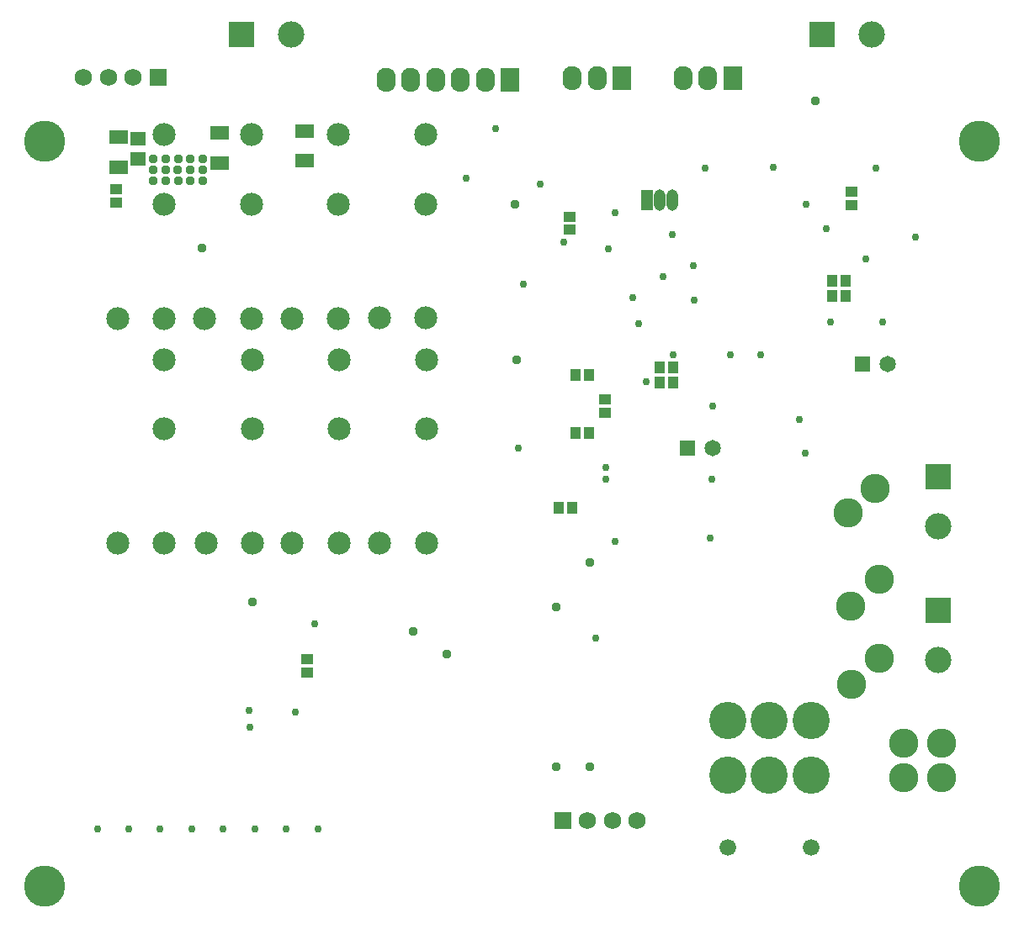
<source format=gbs>
G04*
G04 #@! TF.GenerationSoftware,Altium Limited,Altium Designer,20.0.2 (26)*
G04*
G04 Layer_Color=16711935*
%FSLAX25Y25*%
%MOIN*%
G70*
G01*
G75*
%ADD25R,0.04528X0.04134*%
%ADD27R,0.04724X0.04134*%
%ADD30R,0.04134X0.04528*%
%ADD39C,0.09091*%
%ADD40C,0.06890*%
%ADD41R,0.06890X0.06890*%
%ADD42O,0.07591X0.09591*%
%ADD43R,0.07591X0.09591*%
%ADD44C,0.10433*%
%ADD45R,0.10433X0.10433*%
%ADD46C,0.14764*%
%ADD47C,0.06591*%
%ADD48R,0.10433X0.10433*%
%ADD49R,0.06496X0.06496*%
%ADD50C,0.06496*%
%ADD51R,0.04528X0.08465*%
%ADD52O,0.04528X0.08465*%
%ADD53C,0.16339*%
%ADD54C,0.02953*%
%ADD55C,0.03740*%
%ADD56C,0.11614*%
%ADD100R,0.07677X0.05709*%
%ADD101R,0.06102X0.05315*%
D25*
X115700Y-297058D02*
D03*
Y-291742D02*
D03*
X233700Y-188742D02*
D03*
Y-194058D02*
D03*
X331211Y-111804D02*
D03*
Y-106489D02*
D03*
X219800Y-121658D02*
D03*
Y-116342D02*
D03*
D27*
X40006Y-105417D02*
D03*
Y-110732D02*
D03*
D30*
X222085Y-179100D02*
D03*
X227400D02*
D03*
X221843Y-202200D02*
D03*
X227157D02*
D03*
X255442Y-176125D02*
D03*
X260757D02*
D03*
Y-182025D02*
D03*
X255442D02*
D03*
X323542Y-142000D02*
D03*
X328857D02*
D03*
Y-148000D02*
D03*
X323542D02*
D03*
X215244Y-231824D02*
D03*
X220559D02*
D03*
D39*
X59101Y-156697D02*
D03*
Y-111421D02*
D03*
Y-83862D02*
D03*
X40597Y-156697D02*
D03*
X93550D02*
D03*
Y-111421D02*
D03*
Y-83862D02*
D03*
X75046Y-156697D02*
D03*
X127998D02*
D03*
Y-111421D02*
D03*
Y-83862D02*
D03*
X109494Y-156697D02*
D03*
X162700Y-156635D02*
D03*
Y-111359D02*
D03*
Y-83800D02*
D03*
X144196Y-156635D02*
D03*
X162934Y-245881D02*
D03*
Y-200606D02*
D03*
Y-173047D02*
D03*
X144430Y-245881D02*
D03*
X40493D02*
D03*
X58997Y-173047D02*
D03*
Y-200606D02*
D03*
Y-245881D02*
D03*
X109784D02*
D03*
X128288Y-173047D02*
D03*
Y-200606D02*
D03*
Y-245881D02*
D03*
X75532D02*
D03*
X94036Y-173047D02*
D03*
Y-200606D02*
D03*
Y-245881D02*
D03*
D40*
X36842Y-61321D02*
D03*
X27000D02*
D03*
X46685D02*
D03*
X236543Y-356000D02*
D03*
X246385D02*
D03*
X226700D02*
D03*
D41*
X56527Y-61321D02*
D03*
X216858Y-356000D02*
D03*
D42*
X220700Y-61400D02*
D03*
X230542D02*
D03*
X264600D02*
D03*
X274443D02*
D03*
X186285Y-62100D02*
D03*
X176443D02*
D03*
X166600D02*
D03*
X156757D02*
D03*
X146915D02*
D03*
D43*
X240385Y-61400D02*
D03*
X284285D02*
D03*
X196128Y-62100D02*
D03*
D44*
X109442Y-44300D02*
D03*
X339442D02*
D03*
X365500Y-292243D02*
D03*
Y-239200D02*
D03*
D45*
X89758Y-44300D02*
D03*
X319758D02*
D03*
D46*
X282200Y-316106D02*
D03*
X298735D02*
D03*
X315271D02*
D03*
Y-337760D02*
D03*
X298735D02*
D03*
X282472D02*
D03*
D47*
X282200Y-366500D02*
D03*
X315271D02*
D03*
D48*
X365500Y-272557D02*
D03*
Y-219515D02*
D03*
D49*
X266200Y-208200D02*
D03*
X335500Y-174900D02*
D03*
D50*
X276200Y-208200D02*
D03*
X345500Y-174900D02*
D03*
D51*
X250300Y-109932D02*
D03*
D52*
X255300D02*
D03*
X260300D02*
D03*
D53*
X381890Y-381890D02*
D03*
X11811D02*
D03*
X381890Y-86614D02*
D03*
X11811D02*
D03*
D54*
X32605Y-359050D02*
D03*
X275200Y-243900D02*
D03*
X337000Y-133300D02*
D03*
X310500Y-196800D02*
D03*
X313000Y-210200D02*
D03*
X92800Y-312300D02*
D03*
X93000Y-319000D02*
D03*
X229942Y-283500D02*
D03*
X57469Y-359050D02*
D03*
X119880D02*
D03*
X107398D02*
D03*
X94915D02*
D03*
X82433D02*
D03*
X69951D02*
D03*
X44987D02*
D03*
X201300Y-143300D02*
D03*
X260300Y-123500D02*
D03*
X313400Y-111600D02*
D03*
X283300Y-171300D02*
D03*
X356700Y-124500D02*
D03*
X300300Y-96700D02*
D03*
X273200Y-97200D02*
D03*
X268800Y-136000D02*
D03*
X247000Y-158700D02*
D03*
X244500Y-148500D02*
D03*
X256700Y-140116D02*
D03*
X276100Y-220500D02*
D03*
X118700Y-277800D02*
D03*
X111100Y-312700D02*
D03*
X295200Y-171300D02*
D03*
X328857Y-148000D02*
D03*
X323067Y-158033D02*
D03*
X343700Y-158100D02*
D03*
X321400Y-121100D02*
D03*
X340900Y-97300D02*
D03*
X237800Y-245300D02*
D03*
X260700Y-171100D02*
D03*
X276402Y-191402D02*
D03*
X249900Y-181800D02*
D03*
X234100Y-216000D02*
D03*
X234000Y-220568D02*
D03*
X227892Y-179100D02*
D03*
X227157Y-202200D02*
D03*
X220559Y-231824D02*
D03*
X215244D02*
D03*
X199200Y-208100D02*
D03*
X268900Y-149400D02*
D03*
X235057Y-129300D02*
D03*
X207904Y-103532D02*
D03*
X237700Y-115000D02*
D03*
X217200Y-126500D02*
D03*
X190300Y-81400D02*
D03*
X178500Y-101300D02*
D03*
D55*
X93900Y-269200D02*
D03*
X317100Y-70400D02*
D03*
X171000Y-289900D02*
D03*
X157700Y-280900D02*
D03*
X214200Y-334600D02*
D03*
X227600Y-334500D02*
D03*
X227500Y-253400D02*
D03*
X214200Y-271100D02*
D03*
X198600Y-173100D02*
D03*
X74050Y-128750D02*
D03*
X54800Y-102300D02*
D03*
X74300D02*
D03*
X59675D02*
D03*
X64550D02*
D03*
X69425D02*
D03*
X54700Y-97900D02*
D03*
X74200D02*
D03*
X59575D02*
D03*
X64450D02*
D03*
X69325D02*
D03*
X69425Y-93500D02*
D03*
X64550D02*
D03*
X59675D02*
D03*
X74300D02*
D03*
X54800D02*
D03*
X197900Y-111500D02*
D03*
D56*
X331200Y-301900D02*
D03*
X331100Y-270800D02*
D03*
X330000Y-234000D02*
D03*
X340600Y-224100D02*
D03*
X342300Y-260200D02*
D03*
X342400Y-291600D02*
D03*
X366900Y-338900D02*
D03*
X352000D02*
D03*
Y-325200D02*
D03*
X366900D02*
D03*
D100*
X40851Y-96783D02*
D03*
Y-84972D02*
D03*
X80951Y-83272D02*
D03*
Y-95083D02*
D03*
X114810Y-82484D02*
D03*
Y-94295D02*
D03*
D101*
X48662Y-93650D02*
D03*
Y-85579D02*
D03*
M02*

</source>
